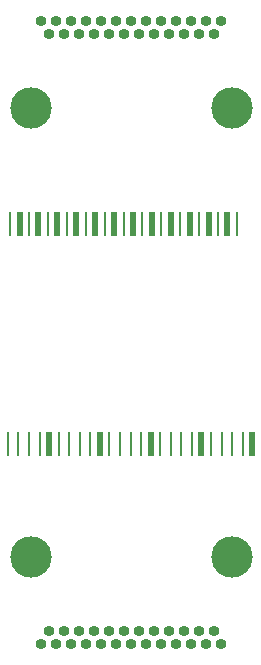
<source format=gbr>
%TF.GenerationSoftware,KiCad,Pcbnew,7.0.2*%
%TF.CreationDate,2023-11-03T15:57:14-06:00*%
%TF.ProjectId,micro-d-tes-aaray,6d696372-6f2d-4642-9d74-65732d616172,rev?*%
%TF.SameCoordinates,Original*%
%TF.FileFunction,Soldermask,Top*%
%TF.FilePolarity,Negative*%
%FSLAX46Y46*%
G04 Gerber Fmt 4.6, Leading zero omitted, Abs format (unit mm)*
G04 Created by KiCad (PCBNEW 7.0.2) date 2023-11-03 15:57:14*
%MOMM*%
%LPD*%
G01*
G04 APERTURE LIST*
%ADD10R,0.500000X2.000000*%
%ADD11R,0.258000X2.000000*%
%ADD12C,3.500000*%
%ADD13O,0.920000X0.920000*%
G04 APERTURE END LIST*
D10*
%TO.C,17*%
X21100000Y-22550000D03*
%TD*%
D11*
%TO.C,5*%
X20300000Y-22550000D03*
%TD*%
%TO.C,11*%
X24500000Y-41175000D03*
%TD*%
D10*
%TO.C,8*%
X19400000Y-41175000D03*
%TD*%
D11*
%TO.C,22*%
X22000000Y-41175000D03*
%TD*%
%TO.C,14*%
X8200000Y-41175000D03*
%TD*%
%TO.C,6*%
X15900000Y-41175000D03*
%TD*%
%TO.C,7*%
X17100000Y-22550000D03*
%TD*%
%TO.C,11*%
X10700000Y-22550000D03*
%TD*%
D10*
%TO.C,21*%
X14700000Y-22550000D03*
%TD*%
D12*
%TO.C,H1*%
X9250000Y-50750000D03*
%TD*%
D11*
%TO.C,16*%
X11600000Y-41175000D03*
%TD*%
D10*
%TO.C,20*%
X16300000Y-22550000D03*
%TD*%
D11*
%TO.C,3*%
X23500000Y-22550000D03*
%TD*%
D12*
%TO.C,H4*%
X9250000Y-12750000D03*
%TD*%
D11*
%TO.C,9*%
X13900000Y-22550000D03*
%TD*%
D10*
%TO.C,15*%
X24300000Y-22550000D03*
%TD*%
D11*
%TO.C,12*%
X7500000Y-22550000D03*
%TD*%
D10*
%TO.C,25*%
X8300000Y-22550000D03*
%TD*%
D12*
%TO.C,H3*%
X26250000Y-50750000D03*
%TD*%
D11*
%TO.C,5*%
X14300000Y-41175000D03*
%TD*%
%TO.C,9*%
X21100000Y-41175000D03*
%TD*%
%TO.C,4*%
X12500000Y-41175000D03*
%TD*%
%TO.C,17*%
X13400000Y-41175000D03*
%TD*%
%TO.C,7*%
X17700000Y-41175000D03*
%TD*%
%TO.C,19*%
X16800000Y-41175000D03*
%TD*%
D10*
%TO.C,3*%
X10800000Y-41175000D03*
%TD*%
D11*
%TO.C,20*%
X18600000Y-41175000D03*
%TD*%
%TO.C,21*%
X20200000Y-41175000D03*
%TD*%
%TO.C,12*%
X26300000Y-41175000D03*
%TD*%
%TO.C,4*%
X21900000Y-22550000D03*
%TD*%
%TO.C,2*%
X9100000Y-41175000D03*
%TD*%
%TO.C,1*%
X26700000Y-22550000D03*
%TD*%
D10*
%TO.C,16*%
X22700000Y-22550000D03*
%TD*%
%TO.C,14*%
X25900000Y-22550000D03*
%TD*%
D11*
%TO.C,10*%
X22900000Y-41175000D03*
%TD*%
D10*
%TO.C,18*%
X19500000Y-22550000D03*
%TD*%
%TO.C,23*%
X11500000Y-22550000D03*
%TD*%
%TO.C,24*%
X9900000Y-22550000D03*
%TD*%
%TO.C,19*%
X17900000Y-22550000D03*
%TD*%
D11*
%TO.C,25*%
X27200000Y-41175000D03*
%TD*%
%TO.C,12*%
X9100000Y-22550000D03*
%TD*%
D10*
%TO.C,23*%
X23700000Y-41175000D03*
%TD*%
%TO.C,D13*%
X28000000Y-41175000D03*
%TD*%
%TO.C,22*%
X13100000Y-22550000D03*
%TD*%
D11*
%TO.C,1*%
X7300000Y-41175000D03*
%TD*%
%TO.C,8*%
X15500000Y-22550000D03*
%TD*%
%TO.C,10*%
X12300000Y-22550000D03*
%TD*%
%TO.C,6*%
X18700000Y-22550000D03*
%TD*%
%TO.C,24*%
X25400000Y-41175000D03*
%TD*%
D10*
%TO.C,18*%
X15100000Y-41175000D03*
%TD*%
D11*
%TO.C,15*%
X10000000Y-41175000D03*
%TD*%
D12*
%TO.C,H2*%
X26250000Y-12750000D03*
%TD*%
D11*
%TO.C,2*%
X25100000Y-22550000D03*
%TD*%
D13*
%TO.C,J99*%
X25370000Y-5374500D03*
X24100000Y-5374500D03*
X22830000Y-5374500D03*
X21560000Y-5374500D03*
X20290000Y-5374500D03*
X19020000Y-5374500D03*
X17750000Y-5374500D03*
X16480000Y-5374500D03*
X15210000Y-5374500D03*
X13940000Y-5374500D03*
X12670000Y-5374500D03*
X11400000Y-5374500D03*
X10130000Y-5374500D03*
X24735000Y-6474500D03*
X23465000Y-6474500D03*
X22195000Y-6474500D03*
X20925000Y-6474500D03*
X19655000Y-6474500D03*
X18385000Y-6474500D03*
X17115000Y-6474500D03*
X15845000Y-6474500D03*
X14575000Y-6474500D03*
X13305000Y-6474500D03*
X12035000Y-6474500D03*
X10765000Y-6474500D03*
%TD*%
%TO.C,J26*%
X10130000Y-58124500D03*
X11400000Y-58124500D03*
X12670000Y-58124500D03*
X13940000Y-58124500D03*
X15210000Y-58124500D03*
X16480000Y-58124500D03*
X17750000Y-58124500D03*
X19020000Y-58124500D03*
X20290000Y-58124500D03*
X21560000Y-58124500D03*
X22830000Y-58124500D03*
X24100000Y-58124500D03*
X25370000Y-58124500D03*
X10765000Y-57024500D03*
X12035000Y-57024500D03*
X13305000Y-57024500D03*
X14575000Y-57024500D03*
X15845000Y-57024500D03*
X17115000Y-57024500D03*
X18385000Y-57024500D03*
X19655000Y-57024500D03*
X20925000Y-57024500D03*
X22195000Y-57024500D03*
X23465000Y-57024500D03*
X24735000Y-57024500D03*
%TD*%
M02*

</source>
